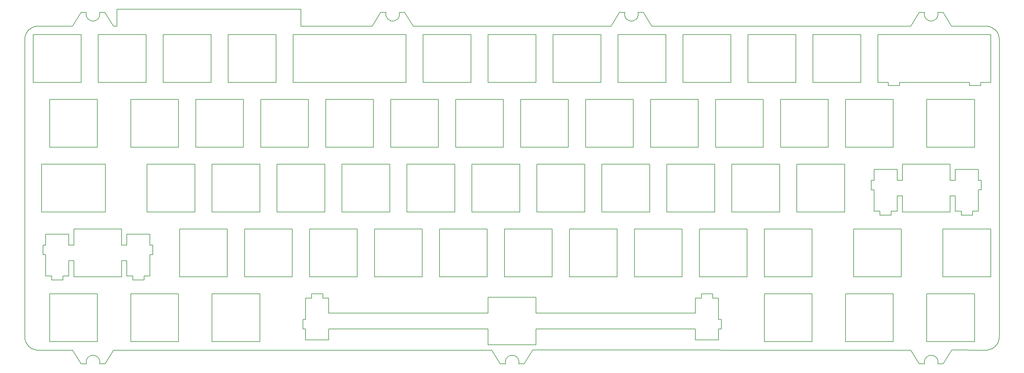
<source format=gbr>
G04 #@! TF.GenerationSoftware,KiCad,Pcbnew,(5.1.4)-1*
G04 #@! TF.CreationDate,2020-04-14T17:00:19+08:00*
G04 #@! TF.ProjectId,viper_plate_v2,76697065-725f-4706-9c61-74655f76322e,rev?*
G04 #@! TF.SameCoordinates,Original*
G04 #@! TF.FileFunction,Profile,NP*
%FSLAX46Y46*%
G04 Gerber Fmt 4.6, Leading zero omitted, Abs format (unit mm)*
G04 Created by KiCad (PCBNEW (5.1.4)-1) date 2020-04-14 17:00:19*
%MOMM*%
%LPD*%
G04 APERTURE LIST*
%ADD10C,0.150000*%
%ADD11C,0.200000*%
G04 APERTURE END LIST*
D10*
X159816500Y-80841200D02*
X164865800Y-80841200D01*
X159816500Y-66841900D02*
X164865800Y-66841900D01*
X338874100Y-159537400D02*
X348843500Y-159567172D01*
X216014300Y-159537400D02*
X326885300Y-159575500D01*
X93116400Y-159575500D02*
X204000100Y-159562800D01*
X71091659Y-159565794D02*
X81127600Y-159562800D01*
X83616800Y-163550600D02*
X81127600Y-159562800D01*
X85179100Y-163571700D02*
X83616800Y-163550600D01*
X90627200Y-163563300D02*
X93116400Y-159575500D01*
X89050000Y-163571700D02*
X90627200Y-163563300D01*
X206489300Y-163550600D02*
X204000100Y-159562800D01*
X208064300Y-163571700D02*
X206489300Y-163550600D01*
X213487000Y-163563300D02*
X216014300Y-159537400D01*
X211935200Y-163571700D02*
X213487000Y-163563300D01*
X329361800Y-163563300D02*
X326885300Y-159575500D01*
X330936800Y-163571700D02*
X329361800Y-163563300D01*
X336359500Y-163563300D02*
X338874100Y-159537400D01*
X334807700Y-163571700D02*
X336359500Y-163563300D01*
D11*
X334286800Y-161657600D02*
X334171100Y-161551400D01*
X331696100Y-161455100D02*
X331573400Y-161551400D01*
X333490300Y-161169700D02*
X333338700Y-161128400D01*
X331457700Y-161657600D02*
X331351600Y-161774700D01*
X333338700Y-161128400D02*
X333184400Y-161096600D01*
X334654700Y-162164500D02*
X334577600Y-162028300D01*
X334807700Y-163571700D02*
X334816000Y-163538600D01*
X334047000Y-161455100D02*
X333916100Y-161366900D01*
X331827000Y-161366900D02*
X331696100Y-161455100D01*
X334847600Y-162760000D02*
X334816000Y-162605500D01*
X333637700Y-161224700D02*
X333490300Y-161169700D01*
X330927100Y-162605500D02*
X330896800Y-162760000D01*
X332405800Y-161128400D02*
X332252800Y-161169700D01*
X334577600Y-162028300D02*
X334490700Y-161897100D01*
X330927100Y-163538600D02*
X330936800Y-163571700D01*
X331964800Y-161289600D02*
X331827000Y-161366900D01*
X334719500Y-162306700D02*
X334654700Y-162164500D01*
X334872400Y-163071500D02*
X334865600Y-162915600D01*
X331253700Y-161897100D02*
X331166900Y-162028300D01*
X330896800Y-163385500D02*
X330927100Y-163538600D01*
X332871600Y-161071900D02*
X332715800Y-161078600D01*
X332252800Y-161169700D02*
X332106700Y-161224700D01*
X334171100Y-161551400D02*
X334047000Y-161455100D01*
X334816000Y-162605500D02*
X334774600Y-162454100D01*
X331025000Y-162306700D02*
X330969800Y-162454100D01*
X333916100Y-161366900D02*
X333779700Y-161289600D01*
X330878900Y-163228500D02*
X330896800Y-163385500D01*
X330969800Y-162454100D02*
X330927100Y-162605500D01*
X331166900Y-162028300D02*
X331089800Y-162164500D01*
X331089800Y-162164500D02*
X331025000Y-162306700D01*
X333184400Y-161096600D02*
X333028700Y-161078600D01*
X330896800Y-162760000D02*
X330878900Y-162915600D01*
X333779700Y-161289600D02*
X333637700Y-161224700D01*
X334774600Y-162454100D02*
X334719500Y-162306700D01*
X334490700Y-161897100D02*
X334392900Y-161774700D01*
X334847600Y-163385500D02*
X334865600Y-163228500D01*
X334392900Y-161774700D02*
X334286800Y-161657600D01*
X330872000Y-163071500D02*
X330878900Y-163228500D01*
X331573400Y-161551400D02*
X331457700Y-161657600D01*
X334865600Y-163228500D02*
X334872400Y-163071500D01*
X333028700Y-161078600D02*
X332871600Y-161071900D01*
X334816000Y-163538600D02*
X334847600Y-163385500D01*
X331351600Y-161774700D02*
X331253700Y-161897100D01*
X332715800Y-161078600D02*
X332558700Y-161096600D01*
X334865600Y-162915600D02*
X334847600Y-162760000D01*
X332558700Y-161096600D02*
X332405800Y-161128400D01*
X330878900Y-162915600D02*
X330872000Y-163071500D01*
X332106700Y-161224700D02*
X331964800Y-161289600D01*
X210617800Y-161169700D02*
X210466200Y-161128400D01*
X210466200Y-161128400D02*
X210311900Y-161096600D01*
X211174500Y-161455100D02*
X211043600Y-161366900D01*
X210765200Y-161224700D02*
X210617800Y-161169700D01*
X211705100Y-162028300D02*
X211618200Y-161897100D01*
X208954500Y-161366900D02*
X208823600Y-161455100D01*
X211782200Y-162164500D02*
X211705100Y-162028300D01*
X209533300Y-161128400D02*
X209380300Y-161169700D01*
X211975100Y-162760000D02*
X211943500Y-162605500D01*
X211414300Y-161657600D02*
X211298600Y-161551400D01*
X208585200Y-161657600D02*
X208479100Y-161774700D01*
X208823600Y-161455100D02*
X208700900Y-161551400D01*
X208054600Y-163538600D02*
X208064300Y-163571700D01*
X208054600Y-162605500D02*
X208024300Y-162760000D01*
X211935200Y-163571700D02*
X211943500Y-163538600D01*
X211618200Y-161897100D02*
X211520400Y-161774700D01*
X211975100Y-163385500D02*
X211993100Y-163228500D01*
X211520400Y-161774700D02*
X211414300Y-161657600D01*
X207999500Y-163071500D02*
X208006400Y-163228500D01*
X210156200Y-161078600D02*
X209999100Y-161071900D01*
X211943500Y-163538600D02*
X211975100Y-163385500D01*
X209092300Y-161289600D02*
X208954500Y-161366900D01*
X211847000Y-162306700D02*
X211782200Y-162164500D01*
X211943500Y-162605500D02*
X211902100Y-162454100D01*
X208479100Y-161774700D02*
X208381200Y-161897100D01*
X211999900Y-163071500D02*
X211993100Y-162915600D01*
X209843300Y-161078600D02*
X209686200Y-161096600D01*
X208152500Y-162306700D02*
X208097300Y-162454100D01*
X211993100Y-163228500D02*
X211999900Y-163071500D01*
X208024300Y-163385500D02*
X208054600Y-163538600D01*
X209999100Y-161071900D02*
X209843300Y-161078600D01*
X208097300Y-162454100D02*
X208054600Y-162605500D01*
X209380300Y-161169700D02*
X209234200Y-161224700D01*
X211993100Y-162915600D02*
X211975100Y-162760000D01*
X208006400Y-163228500D02*
X208024300Y-163385500D01*
X208024300Y-162760000D02*
X208006400Y-162915600D01*
X209686200Y-161096600D02*
X209533300Y-161128400D01*
X210311900Y-161096600D02*
X210156200Y-161078600D01*
X208006400Y-162915600D02*
X207999500Y-163071500D01*
X210907200Y-161289600D02*
X210765200Y-161224700D01*
X209234200Y-161224700D02*
X209092300Y-161289600D01*
X208217300Y-162164500D02*
X208152500Y-162306700D01*
X211902100Y-162454100D02*
X211847000Y-162306700D01*
X211043600Y-161366900D02*
X210907200Y-161289600D01*
X211298600Y-161551400D02*
X211174500Y-161455100D01*
X208294400Y-162028300D02*
X208217300Y-162164500D01*
X208700900Y-161551400D02*
X208585200Y-161657600D01*
X208381200Y-161897100D02*
X208294400Y-162028300D01*
X88289300Y-161455100D02*
X88158400Y-161366900D01*
X86648100Y-161128400D02*
X86495100Y-161169700D01*
X88897000Y-162164500D02*
X88819900Y-162028300D01*
X86069300Y-161366900D02*
X85938400Y-161455100D01*
X88529100Y-161657600D02*
X88413400Y-161551400D01*
X89089900Y-162760000D02*
X89058300Y-162605500D01*
X88819900Y-162028300D02*
X88733000Y-161897100D01*
X87732600Y-161169700D02*
X87581000Y-161128400D01*
X87880000Y-161224700D02*
X87732600Y-161169700D01*
X87581000Y-161128400D02*
X87426700Y-161096600D01*
X88961800Y-162306700D02*
X88897000Y-162164500D01*
X86801000Y-161096600D02*
X86648100Y-161128400D01*
X87426700Y-161096600D02*
X87271000Y-161078600D01*
X88022000Y-161289600D02*
X87880000Y-161224700D01*
X89114700Y-163071500D02*
X89107900Y-162915600D01*
X86958100Y-161078600D02*
X86801000Y-161096600D01*
X88158400Y-161366900D02*
X88022000Y-161289600D01*
X88413400Y-161551400D02*
X88289300Y-161455100D01*
X89058300Y-162605500D02*
X89016900Y-162454100D01*
X85267300Y-162306700D02*
X85212100Y-162454100D01*
X85815700Y-161551400D02*
X85700000Y-161657600D01*
X85121200Y-163228500D02*
X85139100Y-163385500D01*
X85496000Y-161897100D02*
X85409200Y-162028300D01*
X85700000Y-161657600D02*
X85593900Y-161774700D01*
X85409200Y-162028300D02*
X85332100Y-162164500D01*
X85938400Y-161455100D02*
X85815700Y-161551400D01*
X85114300Y-163071500D02*
X85121200Y-163228500D01*
X85332100Y-162164500D02*
X85267300Y-162306700D01*
X85139100Y-163385500D02*
X85169400Y-163538600D01*
X85593900Y-161774700D02*
X85496000Y-161897100D01*
X85169400Y-163538600D02*
X85179100Y-163571700D01*
X85139100Y-162760000D02*
X85121200Y-162915600D01*
X85212100Y-162454100D02*
X85169400Y-162605500D01*
X85121200Y-162915600D02*
X85114300Y-163071500D01*
X85169400Y-162605500D02*
X85139100Y-162760000D01*
X87113900Y-161071900D02*
X86958100Y-161078600D01*
X86495100Y-161169700D02*
X86349000Y-161224700D01*
X89107900Y-163228500D02*
X89114700Y-163071500D01*
X87271000Y-161078600D02*
X87113900Y-161071900D01*
X89050000Y-163571700D02*
X89058300Y-163538600D01*
X88733000Y-161897100D02*
X88635200Y-161774700D01*
X89058300Y-163538600D02*
X89089900Y-163385500D01*
X86349000Y-161224700D02*
X86207100Y-161289600D01*
X89016900Y-162454100D02*
X88961800Y-162306700D01*
X89107900Y-162915600D02*
X89089900Y-162760000D01*
X88635200Y-161774700D02*
X88529100Y-161657600D01*
X86207100Y-161289600D02*
X86069300Y-161366900D01*
X89089900Y-163385500D02*
X89107900Y-163228500D01*
X246941500Y-60502800D02*
X246912500Y-60349700D01*
X246941500Y-61128300D02*
X246961500Y-60972700D01*
X330867500Y-61128300D02*
X330898500Y-61282800D01*
X330849499Y-60972700D02*
X330867500Y-61128300D01*
X250966500Y-64315700D02*
X326843500Y-64315700D01*
X246961500Y-60659800D02*
X246941500Y-60502800D01*
X246903500Y-60316600D02*
X248467500Y-60316600D01*
X330843500Y-60816800D02*
X330849499Y-60972700D01*
X330907500Y-60316600D02*
X330898500Y-60349700D01*
X326843500Y-64315700D02*
X329342500Y-60316600D01*
X330849499Y-60659800D02*
X330843500Y-60816800D01*
X330867500Y-60502800D02*
X330849499Y-60659800D01*
X246967500Y-60816800D02*
X246961500Y-60659800D01*
X330898500Y-60349700D02*
X330867500Y-60502800D01*
X246912500Y-60349700D02*
X246903500Y-60316600D01*
X248467500Y-60316600D02*
X250966500Y-64315700D01*
X246961500Y-60972700D02*
X246967500Y-60816800D01*
X329342500Y-60316600D02*
X330907500Y-60316600D01*
X175279500Y-62791700D02*
X175433500Y-62759900D01*
X173118500Y-61581600D02*
X173185500Y-61723800D01*
X173022500Y-60349700D02*
X172992500Y-60502800D01*
X173030500Y-60316600D02*
X173022500Y-60349700D01*
X171466500Y-60316600D02*
X173030500Y-60316600D01*
X175731500Y-62663600D02*
X175874500Y-62598700D01*
X175585500Y-62718600D02*
X175731500Y-62663600D01*
X174058500Y-62598700D02*
X174202500Y-62663600D01*
X175433500Y-62759900D02*
X175585500Y-62718600D01*
X175123500Y-62809700D02*
X175279500Y-62791700D01*
X173791500Y-62433200D02*
X173922500Y-62521400D01*
X172972500Y-60972700D02*
X172992500Y-61128300D01*
X168966500Y-64315700D02*
X171466500Y-60316600D01*
X174966500Y-62816400D02*
X175123500Y-62809700D01*
X174499500Y-62759900D02*
X174653500Y-62791700D01*
X174809500Y-62809700D02*
X174966500Y-62816400D01*
X173262500Y-61860000D02*
X173349500Y-61991200D01*
X172967500Y-60816800D02*
X172972500Y-60972700D01*
X173185500Y-61723800D02*
X173262500Y-61860000D01*
X174653500Y-62791700D02*
X174809500Y-62809700D01*
X174349500Y-62718600D02*
X174499500Y-62759900D01*
X174202500Y-62663600D02*
X174349500Y-62718600D01*
X173922500Y-62521400D02*
X174058500Y-62598700D01*
X173668500Y-62336900D02*
X173791500Y-62433200D01*
X173446500Y-62113600D02*
X173552500Y-62230700D01*
X173349500Y-61991200D02*
X173446500Y-62113600D01*
X172992500Y-61128300D02*
X173022500Y-61282800D01*
X172972500Y-60659800D02*
X172967500Y-60816800D01*
X173065500Y-61434200D02*
X173118500Y-61581600D01*
X148092300Y-64315700D02*
X168966500Y-64315700D01*
X173022500Y-61282800D02*
X173065500Y-61434200D01*
X173552500Y-62230700D02*
X173668500Y-62336900D01*
X172992500Y-60502800D02*
X172972500Y-60659800D01*
X333461500Y-62718600D02*
X333607500Y-62663600D01*
X333308499Y-62759900D02*
X333461500Y-62718600D01*
X333154499Y-62791700D02*
X333308499Y-62759900D01*
X332999500Y-62809700D02*
X333154499Y-62791700D01*
X332843500Y-62816400D02*
X332999500Y-62809700D01*
X332686500Y-62809700D02*
X332843500Y-62816400D01*
X333607500Y-62663600D02*
X333749500Y-62598700D01*
X241466500Y-60316600D02*
X243030500Y-60316600D01*
X238967500Y-64315700D02*
X241466500Y-60316600D01*
X180966500Y-64315700D02*
X238967500Y-64315700D01*
X176902500Y-60316600D02*
X178467500Y-60316600D01*
X176488500Y-62113600D02*
X176584500Y-61991200D01*
X176942500Y-61128300D02*
X176960500Y-60972700D01*
X175874500Y-62598700D02*
X176012500Y-62521400D01*
X176912500Y-60349700D02*
X176902500Y-60316600D01*
X176967500Y-60816800D02*
X176960500Y-60659800D01*
X176942500Y-60502800D02*
X176912500Y-60349700D01*
X176912500Y-61282800D02*
X176942500Y-61128300D01*
X176584500Y-61991200D02*
X176672500Y-61860000D01*
X176672500Y-61860000D02*
X176748500Y-61723800D01*
X176748500Y-61723800D02*
X176814500Y-61581600D01*
X176012500Y-62521400D02*
X176143500Y-62433200D01*
X176266500Y-62336900D02*
X176380500Y-62230700D01*
X176143500Y-62433200D02*
X176266500Y-62336900D01*
X178467500Y-60316600D02*
X180966500Y-64315700D01*
X176960500Y-60659800D02*
X176942500Y-60502800D01*
X176960500Y-60972700D02*
X176967500Y-60816800D01*
X176380500Y-62230700D02*
X176488500Y-62113600D01*
X176869500Y-61434200D02*
X176912500Y-61282800D01*
X176814500Y-61581600D02*
X176869500Y-61434200D01*
X183915500Y-80841200D02*
X183915500Y-66841900D01*
X255066500Y-66841900D02*
X255066500Y-80841200D01*
X312216500Y-80841200D02*
X298217500Y-80841200D01*
X293166500Y-80841200D02*
X279167500Y-80841200D01*
X241067500Y-66841900D02*
X255066500Y-66841900D01*
X236016500Y-66841900D02*
X236016500Y-80841200D01*
X222017500Y-80841200D02*
X222017500Y-66841900D01*
X260117500Y-80841200D02*
X260117500Y-66841900D01*
X274116500Y-80841200D02*
X260117500Y-80841200D01*
X236016500Y-80841200D02*
X222017500Y-80841200D01*
X298217500Y-66841900D02*
X312216500Y-66841900D01*
X241067500Y-80841200D02*
X241067500Y-66841900D01*
X216966500Y-66841900D02*
X216966500Y-80841200D01*
X197916500Y-66841900D02*
X197916500Y-80841200D01*
X293166500Y-66841900D02*
X293166500Y-80841200D01*
X279167500Y-66841900D02*
X293166500Y-66841900D01*
X197916500Y-80841200D02*
X183915500Y-80841200D01*
X260117500Y-66841900D02*
X274116500Y-66841900D01*
X216966500Y-80841200D02*
X202967500Y-80841200D01*
X279167500Y-80841200D02*
X279167500Y-66841900D01*
X222017500Y-66841900D02*
X236016500Y-66841900D01*
X298217500Y-80841200D02*
X298217500Y-66841900D01*
X202967500Y-66841900D02*
X216966500Y-66841900D01*
X274116500Y-66841900D02*
X274116500Y-80841200D01*
X255066500Y-80841200D02*
X241067500Y-80841200D01*
X178866500Y-80841200D02*
X164865800Y-80841200D01*
X312216500Y-66841900D02*
X312216500Y-80841200D01*
X183915500Y-66841900D02*
X197916500Y-66841900D01*
X202967500Y-80841200D02*
X202967500Y-66841900D01*
X347342500Y-81811300D02*
X347342500Y-80841200D01*
X102666500Y-80841200D02*
X88667200Y-80841200D01*
X350316500Y-66841900D02*
X317267500Y-66841900D01*
X344042500Y-81811300D02*
X347342500Y-81811300D01*
X264591500Y-99891200D02*
X250592500Y-99891200D01*
X164865800Y-66841900D02*
X178866500Y-66841900D01*
X145817200Y-80841200D02*
X145817200Y-66841900D01*
X231542500Y-85891900D02*
X245541500Y-85891900D01*
X145817200Y-66841900D02*
X159816500Y-66841900D01*
X231542500Y-99891200D02*
X231542500Y-85891900D01*
X88667200Y-80841200D02*
X88667200Y-66841900D01*
X226491500Y-99891200D02*
X212492500Y-99891200D01*
X126767200Y-80841200D02*
X126767200Y-66841900D01*
X269642500Y-85891900D02*
X283641500Y-85891900D01*
X323542500Y-80841200D02*
X344042500Y-80841200D01*
X317267500Y-66841900D02*
X317267500Y-80841200D01*
X302691500Y-85891900D02*
X302691500Y-99891200D01*
X320240500Y-81811300D02*
X323542500Y-81811300D01*
X269642500Y-99891200D02*
X269642500Y-85891900D01*
X140766500Y-80841200D02*
X126767200Y-80841200D01*
X345554500Y-99891200D02*
X331554500Y-99891200D01*
X283641500Y-85891900D02*
X283641500Y-99891200D01*
X226491500Y-85891900D02*
X226491500Y-99891200D01*
X288692500Y-99891200D02*
X288692500Y-85891900D01*
X250592500Y-99891200D02*
X250592500Y-85891900D01*
X140766500Y-66841900D02*
X140766500Y-80841200D01*
X107717200Y-80841200D02*
X107717200Y-66841900D01*
X121716500Y-80841200D02*
X107717200Y-80841200D01*
X212492500Y-99891200D02*
X212492500Y-85891900D01*
X88667200Y-66841900D02*
X102666500Y-66841900D01*
X121716500Y-66841900D02*
X121716500Y-80841200D01*
X250592500Y-85891900D02*
X264591500Y-85891900D01*
X107717200Y-66841900D02*
X121716500Y-66841900D01*
X102666500Y-66841900D02*
X102666500Y-80841200D01*
X288692500Y-85891900D02*
X302691500Y-85891900D01*
X212492500Y-85891900D02*
X226491500Y-85891900D01*
X69617150Y-80841200D02*
X69617150Y-66841900D01*
X83616700Y-80841200D02*
X69617150Y-80841200D01*
X83616700Y-66841900D02*
X83616700Y-80841200D01*
X350316500Y-80841200D02*
X350316500Y-66841900D01*
X347342500Y-80841200D02*
X350316500Y-80841200D01*
X320240500Y-80841200D02*
X320240500Y-81811300D01*
X307742500Y-99891200D02*
X307742500Y-85891900D01*
X302691500Y-99891200D02*
X288692500Y-99891200D01*
X317267500Y-80841200D02*
X320240500Y-80841200D01*
X331554500Y-85891900D02*
X345554500Y-85891900D01*
X207441500Y-99891200D02*
X193442500Y-99891200D01*
X321741500Y-99891200D02*
X307742500Y-99891200D01*
X283641500Y-99891200D02*
X269642500Y-99891200D01*
X193442500Y-99891200D02*
X193442500Y-85891900D01*
X245541500Y-99891200D02*
X231542500Y-99891200D01*
X345554500Y-85891900D02*
X345554500Y-99891200D01*
X307742500Y-85891900D02*
X321741500Y-85891900D01*
X323542500Y-81811300D02*
X323542500Y-80841200D01*
X321741500Y-85891900D02*
X321741500Y-99891200D01*
X245541500Y-85891900D02*
X245541500Y-99891200D01*
X159816500Y-80841200D02*
X145817200Y-80841200D01*
X69617150Y-66841900D02*
X83616700Y-66841900D01*
X126767200Y-66841900D02*
X140766500Y-66841900D01*
X264591500Y-85891900D02*
X264591500Y-99891200D01*
X331554500Y-99891200D02*
X331554500Y-85891900D01*
X344042500Y-80841200D02*
X344042500Y-81811300D01*
X178866500Y-66841900D02*
X178866500Y-80841200D01*
X330995500Y-61581600D02*
X331059500Y-61723800D01*
X330940499Y-61434200D02*
X330995500Y-61581600D01*
X330898500Y-61282800D02*
X330940499Y-61434200D01*
X332076500Y-62663600D02*
X332224499Y-62718600D01*
X331935500Y-62598700D02*
X332076500Y-62663600D01*
X332376500Y-62759900D02*
X332530500Y-62791700D01*
X332530500Y-62791700D02*
X332686500Y-62809700D01*
X331137500Y-61860000D02*
X331223500Y-61991200D01*
X332224499Y-62718600D02*
X332376500Y-62759900D01*
X331798500Y-62521400D02*
X331935500Y-62598700D01*
X331667500Y-62433200D02*
X331798500Y-62521400D01*
X331223500Y-61991200D02*
X331321500Y-62113600D01*
X331321500Y-62113600D02*
X331427500Y-62230700D01*
X331059500Y-61723800D02*
X331137500Y-61860000D01*
X331543500Y-62336900D02*
X331667500Y-62433200D01*
X331427500Y-62230700D02*
X331543500Y-62336900D01*
X244499500Y-62759900D02*
X244654500Y-62791700D01*
X244349500Y-62718600D02*
X244499500Y-62759900D01*
X244058500Y-62598700D02*
X244202500Y-62663600D01*
X243922500Y-62521400D02*
X244058500Y-62598700D01*
X243791500Y-62433200D02*
X243922500Y-62521400D01*
X243445500Y-62113600D02*
X243553500Y-62230700D01*
X242992500Y-60502800D02*
X242972500Y-60659800D01*
X243030500Y-60316600D02*
X243022500Y-60349700D01*
X243262500Y-61860000D02*
X243349500Y-61991200D01*
X242967500Y-60816800D02*
X242972500Y-60972700D01*
X243668500Y-62336900D02*
X243791500Y-62433200D01*
X243553500Y-62230700D02*
X243668500Y-62336900D01*
X243022500Y-60349700D02*
X242992500Y-60502800D01*
X243185500Y-61723800D02*
X243262500Y-61860000D01*
X243065500Y-61434200D02*
X243118500Y-61581600D01*
X242972500Y-60659800D02*
X242967500Y-60816800D01*
X243118500Y-61581600D02*
X243185500Y-61723800D01*
X243022500Y-61282800D02*
X243065500Y-61434200D01*
X242972500Y-60972700D02*
X242992500Y-61128300D01*
X242992500Y-61128300D02*
X243022500Y-61282800D01*
X244202500Y-62663600D02*
X244349500Y-62718600D01*
X243349500Y-61991200D02*
X243445500Y-62113600D01*
X246012500Y-62521400D02*
X246143500Y-62433200D01*
X246143500Y-62433200D02*
X246266500Y-62336900D01*
X245124500Y-62809700D02*
X245279500Y-62791700D01*
X244966500Y-62816400D02*
X245124500Y-62809700D01*
X246912500Y-61282800D02*
X246941500Y-61128300D01*
X246868500Y-61434200D02*
X246912500Y-61282800D01*
X246748500Y-61723800D02*
X246815500Y-61581600D01*
X246671500Y-61860000D02*
X246748500Y-61723800D01*
X245731500Y-62663600D02*
X245875500Y-62598700D01*
X244654500Y-62791700D02*
X244809500Y-62809700D01*
X246488500Y-62113600D02*
X246584500Y-61991200D01*
X245875500Y-62598700D02*
X246012500Y-62521400D01*
X245434500Y-62759900D02*
X245585500Y-62718600D01*
X245279500Y-62791700D02*
X245434500Y-62759900D01*
X246815500Y-61581600D02*
X246868500Y-61434200D01*
X246380500Y-62230700D02*
X246488500Y-62113600D01*
X246266500Y-62336900D02*
X246380500Y-62230700D01*
X245585500Y-62718600D02*
X245731500Y-62663600D01*
X244809500Y-62809700D02*
X244966500Y-62816400D01*
X246584500Y-61991200D02*
X246671500Y-61860000D01*
X333749500Y-62598700D02*
X333887500Y-62521400D01*
X85792500Y-62336900D02*
X85916600Y-62433200D01*
X86779200Y-62791700D02*
X86934900Y-62809700D01*
X86047500Y-62521400D02*
X86183900Y-62598700D01*
X85916600Y-62433200D02*
X86047500Y-62521400D01*
X85244100Y-61581600D02*
X85308900Y-61723800D01*
X87557800Y-62759900D02*
X87710800Y-62718600D01*
X86624900Y-62759900D02*
X86779200Y-62791700D01*
X85091200Y-60816800D02*
X85098000Y-60972700D01*
X86473300Y-62718600D02*
X86624900Y-62759900D01*
X87404900Y-62791700D02*
X87557800Y-62759900D01*
X87247800Y-62809700D02*
X87404900Y-62791700D01*
X86325900Y-62663600D02*
X86473300Y-62718600D01*
X86183900Y-62598700D02*
X86325900Y-62663600D01*
X85676800Y-62230700D02*
X85792500Y-62336900D01*
X85386000Y-61860000D02*
X85472900Y-61991200D01*
X85308900Y-61723800D02*
X85386000Y-61860000D01*
X85116000Y-61128300D02*
X85147600Y-61282800D01*
X88136600Y-62521400D02*
X88267500Y-62433200D01*
X85147600Y-61282800D02*
X85189000Y-61434200D01*
X85472900Y-61991200D02*
X85570700Y-62113600D01*
X87998800Y-62598700D02*
X88136600Y-62521400D01*
X87856900Y-62663600D02*
X87998800Y-62598700D01*
X87710800Y-62718600D02*
X87856900Y-62663600D01*
X87092000Y-62816400D02*
X87247800Y-62809700D01*
X86934900Y-62809700D02*
X87092000Y-62816400D01*
X85570700Y-62113600D02*
X85676800Y-62230700D01*
X85189000Y-61434200D02*
X85244100Y-61581600D01*
X85098000Y-60972700D02*
X85116000Y-61128300D01*
X68740720Y-158803739D02*
X68494050Y-158608060D01*
X351671500Y-158395840D02*
X351439500Y-158608060D01*
X352252500Y-157654460D02*
X352078500Y-157917660D01*
X350373500Y-159262625D02*
X350079500Y-159371490D01*
X350658500Y-159131713D02*
X350373500Y-159262625D01*
X352407500Y-157382980D02*
X352252500Y-157654460D01*
X352537500Y-157097730D02*
X352407500Y-157382980D01*
X69855550Y-64511500D02*
X70158720Y-64426100D01*
X67854641Y-157917660D02*
X67681007Y-157654460D01*
X350932500Y-158977372D02*
X350658500Y-159131713D01*
X69855550Y-159371490D02*
X69560650Y-159262625D01*
X351884500Y-158164330D02*
X351671500Y-158395840D01*
X67140816Y-156192350D02*
X67103609Y-155880930D01*
X349156500Y-159554769D02*
X348843500Y-159567172D01*
X69276780Y-64751300D02*
X69560650Y-64620500D01*
X68263920Y-65487200D02*
X68494050Y-65274900D01*
X85098000Y-60659800D02*
X85091200Y-60816800D01*
X85116000Y-60502800D02*
X85098000Y-60659800D01*
X71091659Y-64315700D02*
X81093400Y-64315700D01*
X67526667Y-66500100D02*
X67681007Y-66225600D01*
X349776500Y-159456928D02*
X349467500Y-159517562D01*
X85147600Y-60349700D02*
X85116000Y-60502800D01*
X68050320Y-158164330D02*
X67854641Y-157917660D01*
X85155900Y-60316600D02*
X85147600Y-60349700D01*
X81093400Y-64315700D02*
X83591800Y-60316600D01*
X70466020Y-64365400D02*
X70778850Y-64328400D01*
X69002540Y-64905500D02*
X69276780Y-64751300D01*
X68740720Y-65079100D02*
X69002540Y-64905500D01*
X68494050Y-65274900D02*
X68740720Y-65079100D01*
X68050320Y-65718700D02*
X68263920Y-65487200D01*
X67286888Y-67078600D02*
X67395754Y-66785100D01*
X351194500Y-158803739D02*
X350932500Y-158977372D01*
X67103609Y-68002200D02*
X67140816Y-67690700D01*
X67091206Y-155566710D02*
X67092584Y-68316200D01*
X67202828Y-67382000D02*
X67286888Y-67078600D01*
X67681007Y-157654460D02*
X67526667Y-157382980D01*
X69560650Y-159262625D02*
X69276780Y-159131713D01*
X69276780Y-159131713D02*
X69002540Y-158977372D01*
X69002540Y-158977372D02*
X68740720Y-158803739D01*
X71091659Y-159565794D02*
X70778850Y-159554769D01*
X352078500Y-157917660D02*
X351884500Y-158164330D01*
X350079500Y-159371490D02*
X349776500Y-159456928D01*
X67395754Y-66785100D02*
X67526667Y-66500100D01*
X67140816Y-67690700D02*
X67202828Y-67382000D01*
X67395754Y-157097730D02*
X67286888Y-156801450D01*
X67202828Y-156499660D02*
X67140816Y-156192350D01*
X67103609Y-155880930D02*
X67091206Y-155566710D01*
X67092584Y-68316200D02*
X67103609Y-68002200D01*
X70466020Y-159517562D02*
X70158720Y-159456928D01*
X70778850Y-159554769D02*
X70466020Y-159517562D01*
X69560650Y-64620500D02*
X69855550Y-64511500D01*
X83591800Y-60316600D02*
X85155900Y-60316600D01*
X349467500Y-159517562D02*
X349156500Y-159554769D01*
X351439500Y-158608060D02*
X351194500Y-158803739D01*
X68263920Y-158395840D02*
X68050320Y-158164330D01*
X70778850Y-64328400D02*
X71091659Y-64315700D01*
X67854641Y-65963800D02*
X68050320Y-65718700D01*
X70158720Y-159456928D02*
X69855550Y-159371490D01*
X70158720Y-64426100D02*
X70466020Y-64365400D01*
X67286888Y-156801450D02*
X67202828Y-156499660D01*
X67681007Y-66225600D02*
X67854641Y-65963800D01*
X68494050Y-158608060D02*
X68263920Y-158395840D01*
X67526667Y-157382980D02*
X67395754Y-157097730D01*
X150291500Y-99891200D02*
X136292200Y-99891200D01*
X112191500Y-99891200D02*
X98192200Y-99891200D01*
X112191500Y-85891900D02*
X112191500Y-99891200D01*
X98192200Y-85891900D02*
X112191500Y-85891900D01*
X293454500Y-118941200D02*
X293454500Y-104941900D01*
X174392500Y-99891200D02*
X174392500Y-85891900D01*
X207441500Y-85891900D02*
X207441500Y-99891200D01*
X131241500Y-99891200D02*
X117242200Y-99891200D01*
X74379660Y-85891900D02*
X88379200Y-85891900D01*
X74379660Y-99891200D02*
X74379660Y-85891900D01*
X155342200Y-85891900D02*
X169341500Y-85891900D01*
X136292200Y-99891200D02*
X136292200Y-85891900D01*
X131241500Y-85891900D02*
X131241500Y-99891200D01*
X307454500Y-118941200D02*
X293454500Y-118941200D01*
X193442500Y-85891900D02*
X207441500Y-85891900D01*
X188391500Y-99891200D02*
X174392500Y-99891200D01*
X188391500Y-85891900D02*
X188391500Y-99891200D01*
X155342200Y-99891200D02*
X155342200Y-85891900D01*
X117242200Y-99891200D02*
X117242200Y-85891900D01*
X169341500Y-99891200D02*
X155342200Y-99891200D01*
X88379200Y-85891900D02*
X88379200Y-99891200D01*
X169341500Y-85891900D02*
X169341500Y-99891200D01*
X117242200Y-85891900D02*
X131241500Y-85891900D01*
X150291500Y-85891900D02*
X150291500Y-99891200D01*
X88379200Y-99891200D02*
X74379660Y-99891200D01*
X136292200Y-85891900D02*
X150291500Y-85891900D01*
X174392500Y-85891900D02*
X188391500Y-85891900D01*
X98192200Y-99891200D02*
X98192200Y-85891900D01*
X71998410Y-118941200D02*
X71998410Y-104941900D01*
X179154500Y-104941900D02*
X193154500Y-104941900D01*
X155054000Y-104941900D02*
X155054000Y-118941200D01*
X338410500Y-104941900D02*
X324410500Y-104941900D01*
X346685500Y-109640900D02*
X346685500Y-106410900D01*
X339936500Y-114240800D02*
X339936500Y-118709800D01*
X141054700Y-118941200D02*
X141054700Y-104941900D01*
X347509500Y-109640900D02*
X346685500Y-109640900D01*
X338410500Y-118941200D02*
X338410500Y-114240800D01*
X198204500Y-104941900D02*
X212204500Y-104941900D01*
X179154500Y-118941200D02*
X179154500Y-104941900D01*
X174104500Y-104941900D02*
X174104500Y-118941200D01*
X136004000Y-104941900D02*
X136004000Y-118941200D01*
X71998410Y-104941900D02*
X90760400Y-104941900D01*
X346685500Y-112439500D02*
X347509500Y-112439500D01*
X341659500Y-119911300D02*
X344960500Y-119911300D01*
X160104700Y-104941900D02*
X174104500Y-104941900D01*
X102954700Y-104941900D02*
X116954000Y-104941900D01*
X339936500Y-109640900D02*
X338410500Y-109640900D01*
X307454500Y-104941900D02*
X307454500Y-118941200D01*
X193154500Y-118941200D02*
X179154500Y-118941200D01*
X338410500Y-114240800D02*
X339936500Y-114240800D01*
X293454500Y-104941900D02*
X307454500Y-104941900D01*
X90760400Y-118941200D02*
X71998410Y-118941200D01*
X269354500Y-118941200D02*
X255354500Y-118941200D01*
X198204500Y-118941200D02*
X198204500Y-104941900D01*
X338410500Y-109640900D02*
X338410500Y-104941900D01*
X217254500Y-104941900D02*
X231254500Y-104941900D01*
X346685500Y-118709800D02*
X346685500Y-112439500D01*
X160104700Y-118941200D02*
X160104700Y-104941900D01*
X274404500Y-118941200D02*
X274404500Y-104941900D01*
X250304500Y-118941200D02*
X236304500Y-118941200D01*
X250304500Y-104941900D02*
X250304500Y-118941200D01*
X341659500Y-118709800D02*
X341659500Y-119911300D01*
X212204500Y-118941200D02*
X198204500Y-118941200D01*
X344960500Y-119911300D02*
X344960500Y-118709800D01*
X90760400Y-104941900D02*
X90760400Y-118941200D01*
X212204500Y-104941900D02*
X212204500Y-118941200D01*
X136004000Y-118941200D02*
X122004700Y-118941200D01*
X116954000Y-118941200D02*
X102954700Y-118941200D01*
X174104500Y-118941200D02*
X160104700Y-118941200D01*
X122004700Y-118941200D02*
X122004700Y-104941900D01*
X346685500Y-106410900D02*
X339936500Y-106410900D01*
X102954700Y-118941200D02*
X102954700Y-104941900D01*
X288404500Y-104941900D02*
X288404500Y-118941200D01*
X155054000Y-118941200D02*
X141054700Y-118941200D01*
X236304500Y-118941200D02*
X236304500Y-104941900D01*
X274404500Y-104941900D02*
X288404500Y-104941900D01*
X141054700Y-104941900D02*
X155054000Y-104941900D01*
X344960500Y-118709800D02*
X346685500Y-118709800D01*
X288404500Y-118941200D02*
X274404500Y-118941200D01*
X347509500Y-112439500D02*
X347509500Y-109640900D01*
X255354500Y-118941200D02*
X255354500Y-104941900D01*
X269354500Y-104941900D02*
X269354500Y-118941200D01*
X217254500Y-118941200D02*
X217254500Y-104941900D01*
X255354500Y-104941900D02*
X269354500Y-104941900D01*
X339936500Y-106410900D02*
X339936500Y-109640900D01*
X339936500Y-118709800D02*
X341659500Y-118709800D01*
X236304500Y-104941900D02*
X250304500Y-104941900D01*
X231254500Y-118941200D02*
X217254500Y-118941200D01*
X231254500Y-104941900D02*
X231254500Y-118941200D01*
X193154500Y-104941900D02*
X193154500Y-118941200D01*
X116954000Y-104941900D02*
X116954000Y-118941200D01*
X122004700Y-104941900D02*
X136004000Y-104941900D01*
X103797900Y-125460700D02*
X97048400Y-125460700D01*
X103797900Y-128690800D02*
X103797900Y-125460700D01*
X97048400Y-137761100D02*
X98773700Y-137761100D01*
X104623400Y-131489600D02*
X104623400Y-128690800D01*
X74973590Y-138961400D02*
X78272600Y-138961400D01*
X102072700Y-138961400D02*
X102072700Y-137761100D01*
X74973590Y-137761100D02*
X74973590Y-138961400D01*
X95522900Y-128690800D02*
X95522900Y-123991900D01*
X97048400Y-125460700D02*
X97048400Y-128690800D01*
X97048400Y-133290700D02*
X97048400Y-137761100D01*
X103797900Y-131489600D02*
X104623400Y-131489600D01*
X102072700Y-137761100D02*
X103797900Y-137761100D01*
X98773700Y-138961400D02*
X102072700Y-138961400D01*
X95522900Y-137991200D02*
X95522900Y-133290700D01*
X79997900Y-133290700D02*
X81523400Y-133290700D01*
X78272600Y-137761100D02*
X79997900Y-137761100D01*
X104623400Y-128690800D02*
X103797900Y-128690800D01*
X103797900Y-137761100D02*
X103797900Y-131489600D01*
X81523400Y-137991200D02*
X95522900Y-137991200D01*
X81523400Y-133290700D02*
X81523400Y-137991200D01*
X78272600Y-138961400D02*
X78272600Y-137761100D01*
X95522900Y-133290700D02*
X97048400Y-133290700D01*
X79997900Y-137761100D02*
X79997900Y-133290700D01*
X126479000Y-123991900D02*
X126479000Y-137991200D01*
X97048400Y-128690800D02*
X95522900Y-128690800D01*
X98773700Y-137761100D02*
X98773700Y-138961400D01*
X112479700Y-123991900D02*
X126479000Y-123991900D01*
X95522900Y-123991900D02*
X81523400Y-123991900D01*
X131529700Y-123991900D02*
X145529000Y-123991900D01*
X245829500Y-123991900D02*
X259829500Y-123991900D01*
X183629500Y-137991200D02*
X169629500Y-137991200D01*
X322885500Y-114240800D02*
X324410500Y-114240800D01*
X221729500Y-123991900D02*
X221729500Y-137991200D01*
X324410500Y-118941200D02*
X338410500Y-118941200D01*
X324410500Y-109640900D02*
X322885500Y-109640900D01*
X324410500Y-114240800D02*
X324410500Y-118941200D01*
X188679500Y-123991900D02*
X202679500Y-123991900D01*
X350316500Y-137991200D02*
X336317500Y-137991200D01*
X297929500Y-137991200D02*
X283929500Y-137991200D01*
X259829500Y-123991900D02*
X259829500Y-137991200D01*
X202679500Y-137991200D02*
X188679500Y-137991200D01*
X310123500Y-123991900D02*
X324122500Y-123991900D01*
X297929500Y-123991900D02*
X297929500Y-137991200D01*
X164579000Y-137991200D02*
X150579700Y-137991200D01*
X202679500Y-123991900D02*
X202679500Y-137991200D01*
X145529000Y-123991900D02*
X145529000Y-137991200D01*
X322885500Y-118709800D02*
X322885500Y-114240800D01*
X316135500Y-109640900D02*
X315310500Y-109640900D01*
X316135500Y-106410900D02*
X316135500Y-109640900D01*
X350316500Y-123991900D02*
X350316500Y-137991200D01*
X283929500Y-137991200D02*
X283929500Y-123991900D01*
X112479700Y-137991200D02*
X112479700Y-123991900D01*
X321158500Y-118709800D02*
X322885500Y-118709800D01*
X283929500Y-123991900D02*
X297929500Y-123991900D01*
X321158500Y-119911300D02*
X321158500Y-118709800D01*
X317859500Y-119911300D02*
X321158500Y-119911300D01*
X317859500Y-118709800D02*
X317859500Y-119911300D01*
X315310500Y-109640900D02*
X315310500Y-112439500D01*
X240779500Y-137991200D02*
X226779500Y-137991200D01*
X322885500Y-109640900D02*
X322885500Y-106410900D01*
X316135500Y-112439500D02*
X316135500Y-118709800D01*
X324410500Y-104941900D02*
X324410500Y-109640900D01*
X324122500Y-123991900D02*
X324122500Y-137991200D01*
X245829500Y-137991200D02*
X245829500Y-123991900D01*
X126479000Y-137991200D02*
X112479700Y-137991200D01*
X226779500Y-137991200D02*
X226779500Y-123991900D01*
X150579700Y-137991200D02*
X150579700Y-123991900D01*
X131529700Y-137991200D02*
X131529700Y-123991900D01*
X226779500Y-123991900D02*
X240779500Y-123991900D01*
X169629500Y-123991900D02*
X183629500Y-123991900D01*
X188679500Y-137991200D02*
X188679500Y-123991900D01*
X150579700Y-123991900D02*
X164579000Y-123991900D01*
X207729500Y-137991200D02*
X207729500Y-123991900D01*
X169629500Y-137991200D02*
X169629500Y-123991900D01*
X315310500Y-112439500D02*
X316135500Y-112439500D01*
X322885500Y-106410900D02*
X316135500Y-106410900D01*
X278879500Y-123991900D02*
X278879500Y-137991200D01*
X183629500Y-123991900D02*
X183629500Y-137991200D01*
X310123500Y-137991200D02*
X310123500Y-123991900D01*
X264879500Y-137991200D02*
X264879500Y-123991900D01*
X264879500Y-123991900D02*
X278879500Y-123991900D01*
X259829500Y-137991200D02*
X245829500Y-137991200D01*
X240779500Y-123991900D02*
X240779500Y-137991200D01*
X207729500Y-123991900D02*
X221729500Y-123991900D01*
X316135500Y-118709800D02*
X317859500Y-118709800D01*
X336317500Y-137991200D02*
X336317500Y-123991900D01*
X221729500Y-137991200D02*
X207729500Y-137991200D01*
X336317500Y-123991900D02*
X350316500Y-123991900D01*
X324122500Y-137991200D02*
X310123500Y-137991200D01*
X278879500Y-137991200D02*
X264879500Y-137991200D01*
X145529000Y-137991200D02*
X131529700Y-137991200D01*
X164579000Y-123991900D02*
X164579000Y-137991200D01*
X79997900Y-128690800D02*
X79997900Y-125460700D01*
X72422830Y-128690800D02*
X72422830Y-131489600D01*
X297929500Y-157041230D02*
X283929500Y-157041230D01*
X136004000Y-157041230D02*
X122004700Y-157041230D01*
X331554500Y-157041230D02*
X331554500Y-143041701D01*
X283929500Y-143041701D02*
X297929500Y-143041701D01*
X345554500Y-157041230D02*
X331554500Y-157041230D01*
X321741500Y-143041701D02*
X321741500Y-157041230D01*
X73248300Y-128690800D02*
X72422830Y-128690800D01*
X79997900Y-125460700D02*
X73248300Y-125460700D01*
X122004700Y-157041230D02*
X122004700Y-143041701D01*
X122004700Y-143041701D02*
X136004000Y-143041701D01*
X73248300Y-137761100D02*
X74973590Y-137761100D01*
X297929500Y-143041701D02*
X297929500Y-157041230D01*
X73248300Y-131489600D02*
X73248300Y-137761100D01*
X321741500Y-157041230D02*
X307742500Y-157041230D01*
X98192200Y-157041230D02*
X98192200Y-143041701D01*
X81523400Y-128690800D02*
X79997900Y-128690800D01*
X73248300Y-125460700D02*
X73248300Y-128690800D01*
X81523400Y-123991900D02*
X81523400Y-128690800D01*
X331554500Y-143041701D02*
X345554500Y-143041701D01*
X307742500Y-143041701D02*
X321741500Y-143041701D01*
X112191500Y-157041230D02*
X98192200Y-157041230D01*
X136004000Y-143041701D02*
X136004000Y-157041230D01*
X283929500Y-157041230D02*
X283929500Y-143041701D01*
X72422830Y-131489600D02*
X73248300Y-131489600D01*
X307742500Y-157041230D02*
X307742500Y-143041701D01*
X345554500Y-143041701D02*
X345554500Y-157041230D01*
X202968200Y-144011830D02*
X202968200Y-148712320D01*
X89026800Y-60316600D02*
X90592300Y-60316600D01*
X88379200Y-143041701D02*
X88379200Y-157041230D01*
X148617200Y-150513430D02*
X148617200Y-153312260D01*
X270492000Y-156542360D02*
X270492000Y-153312260D01*
X149442200Y-150513430D02*
X148617200Y-150513430D01*
X149442200Y-144243340D02*
X149442200Y-150513430D01*
X263742300Y-156542360D02*
X270492000Y-156542360D01*
X151168200Y-143041700D02*
X151168200Y-144243340D01*
X216967200Y-158011359D02*
X216967200Y-153312260D01*
X263742300Y-153312260D02*
X263742300Y-156542360D01*
X202968200Y-153312260D02*
X202968200Y-158011359D01*
X88796700Y-61860000D02*
X88873800Y-61723800D01*
X156192200Y-153312260D02*
X202968200Y-153312260D01*
X149442200Y-153312260D02*
X149442200Y-156542360D01*
X151168200Y-144243340D02*
X149442200Y-144243340D01*
X88709900Y-61991200D02*
X88796700Y-61860000D01*
X156192200Y-148712320D02*
X156192200Y-144243340D01*
X216967200Y-148712320D02*
X216967200Y-144011830D01*
X263742300Y-144243340D02*
X263742300Y-148712320D01*
X265467700Y-143041700D02*
X265467700Y-144243340D01*
X216967200Y-153312260D02*
X263742300Y-153312260D01*
X88873800Y-61723800D02*
X88938600Y-61581600D01*
X89066800Y-61128300D02*
X89084700Y-60972700D01*
X268768000Y-143041700D02*
X265467700Y-143041700D01*
X88612000Y-62113600D02*
X88709900Y-61991200D01*
X271317500Y-153312260D02*
X271317500Y-150513430D01*
X93090600Y-64315700D02*
X94092500Y-64315700D01*
X89066800Y-60502800D02*
X89036500Y-60349700D01*
X89091600Y-60816800D02*
X89084700Y-60659800D01*
X89036500Y-61282800D02*
X89066800Y-61128300D01*
X74379660Y-143041701D02*
X88379200Y-143041701D01*
X202968200Y-158011359D02*
X216967200Y-158011359D01*
X156192200Y-156542360D02*
X156192200Y-153312260D01*
X149442200Y-156542360D02*
X156192200Y-156542360D01*
X148617200Y-153312260D02*
X149442200Y-153312260D01*
X154468200Y-143041700D02*
X151168200Y-143041700D01*
X156192200Y-144243340D02*
X154468200Y-144243340D01*
X202968200Y-148712320D02*
X156192200Y-148712320D01*
X216967200Y-144011830D02*
X202968200Y-144011830D01*
X89036500Y-60349700D02*
X89026800Y-60316600D01*
X271317500Y-150513430D02*
X270492000Y-150513430D01*
X94092500Y-64315700D02*
X94092500Y-59316500D01*
X265467700Y-144243340D02*
X263742300Y-144243340D01*
X268768000Y-144243340D02*
X268768000Y-143041700D01*
X148092300Y-59316500D02*
X148092300Y-64315700D01*
X270492000Y-150513430D02*
X270492000Y-144243340D01*
X270492000Y-153312260D02*
X271317500Y-153312260D01*
X90592300Y-60316600D02*
X93090600Y-64315700D01*
X88267500Y-62433200D02*
X88390200Y-62336900D01*
X88993800Y-61434200D02*
X89036500Y-61282800D01*
X88505900Y-62230700D02*
X88612000Y-62113600D01*
X89084700Y-60972700D02*
X89091600Y-60816800D01*
X112191500Y-143041701D02*
X112191500Y-157041230D01*
X98192200Y-143041701D02*
X112191500Y-143041701D01*
X74379660Y-157041230D02*
X74379660Y-143041701D01*
X88379200Y-157041230D02*
X74379660Y-157041230D01*
X270492000Y-144243340D02*
X268768000Y-144243340D01*
X88938600Y-61581600D02*
X88993800Y-61434200D01*
X154468200Y-144243340D02*
X154468200Y-143041700D01*
X263742300Y-148712320D02*
X216967200Y-148712320D01*
X89084700Y-60659800D02*
X89066800Y-60502800D01*
X88390200Y-62336900D02*
X88505900Y-62230700D01*
X94092500Y-59316500D02*
X148092300Y-59316500D01*
X350373500Y-64620500D02*
X350658500Y-64751300D01*
X334817500Y-61128300D02*
X334835500Y-60972700D01*
X349776500Y-64426100D02*
X350079500Y-64511500D01*
X334778500Y-60316600D02*
X336343500Y-60316600D01*
X352252500Y-66225600D02*
X352407500Y-66500100D01*
X334817500Y-60502800D02*
X334787500Y-60349700D01*
X352537500Y-66785100D02*
X352646500Y-67078600D01*
X349156500Y-64328400D02*
X349467500Y-64365400D01*
X334624500Y-61723800D02*
X334689500Y-61581600D01*
X334018500Y-62433200D02*
X334141500Y-62336900D01*
X352842500Y-155566710D02*
X352830500Y-155880930D01*
X352646500Y-156801450D02*
X352537500Y-157097730D01*
X352732500Y-156499660D02*
X352646500Y-156801450D01*
X352830500Y-68002200D02*
X352842500Y-68316200D01*
X334835500Y-60659800D02*
X334817500Y-60502800D01*
X334141500Y-62336900D02*
X334257500Y-62230700D01*
X352646500Y-67078600D02*
X352732500Y-67382000D01*
X352407500Y-66500100D02*
X352537500Y-66785100D01*
X352078500Y-65963800D02*
X352252500Y-66225600D01*
X351884500Y-65718700D02*
X352078500Y-65963800D01*
X350658500Y-64751300D02*
X350932500Y-64905500D01*
X350079500Y-64511500D02*
X350373500Y-64620500D01*
X351671500Y-65487200D02*
X351884500Y-65718700D01*
X351439500Y-65274900D02*
X351671500Y-65487200D01*
X350932500Y-64905500D02*
X351194500Y-65079100D01*
X334787500Y-60349700D02*
X334778500Y-60316600D01*
X334689500Y-61581600D02*
X334744500Y-61434200D01*
X334744500Y-61434200D02*
X334787500Y-61282800D01*
X349467500Y-64365400D02*
X349776500Y-64426100D01*
X334257500Y-62230700D02*
X334363500Y-62113600D01*
X334787500Y-61282800D02*
X334817500Y-61128300D01*
X348843500Y-64315700D02*
X349156500Y-64328400D01*
X336343500Y-60316600D02*
X338843500Y-64315700D01*
X352793500Y-156192350D02*
X352732500Y-156499660D01*
X351194500Y-65079100D02*
X351439500Y-65274900D01*
X334460500Y-61991200D02*
X334547500Y-61860000D01*
X334363500Y-62113600D02*
X334460500Y-61991200D01*
X334842500Y-60816800D02*
X334835500Y-60659800D01*
X333887500Y-62521400D02*
X334018500Y-62433200D01*
X352830500Y-155880930D02*
X352793500Y-156192350D01*
X352732500Y-67382000D02*
X352793500Y-67690700D01*
X338843500Y-64315700D02*
X348843500Y-64315700D01*
X334547500Y-61860000D02*
X334624500Y-61723800D01*
X352842500Y-68316200D02*
X352842500Y-155566710D01*
X352793500Y-67690700D02*
X352830500Y-68002200D01*
X334835500Y-60972700D02*
X334842500Y-60816800D01*
M02*

</source>
